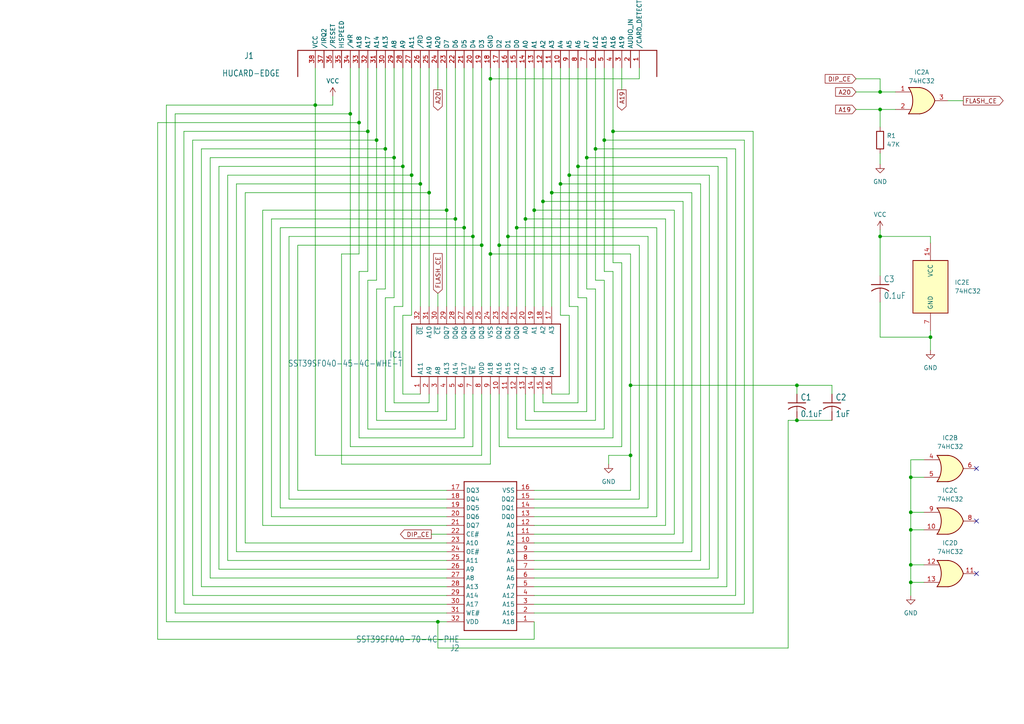
<source format=kicad_sch>
(kicad_sch (version 20230121) (generator eeschema)
  (paper "A4")
  (lib_symbols
    (symbol "74xx:74LS32" (pin_names (offset 1.016))
      (property "Reference" "U" (at 0 1.27 0))
      (property "Value" "74LS32" (at 0 -1.27 0))
      (symbol "74LS32_1_1"
        (arc (start -3.81 -3.81) (mid -2.589 0) (end -3.81 3.81) (stroke (width 0.254)))
        (arc (start -0.6096 -3.81) (mid 2.1842 -2.5851) (end 3.81 0) (stroke (width 0.254)) (fill (type background)))
        (polyline (pts (xy -3.81 -3.81) (xy -0.635 -3.81)) (stroke (width 0.254)) (fill (type background)))
        (polyline (pts (xy -3.81 3.81) (xy -0.635 3.81)) (stroke (width 0.254)) (fill (type background)))
        (polyline (pts (xy -0.635 3.81) (xy -3.81 3.81) (xy -3.81 3.81) (xy -3.556 3.4036) (xy -3.0226 2.2606) (xy -2.6924 1.0414) (xy -2.6162 -0.254) (xy -2.7686 -1.4986) (xy -3.175 -2.7178) (xy -3.81 -3.81) (xy -3.81 -3.81) (xy -0.635 -3.81)) (stroke (width -25.4)) (fill (type background)))
        (arc (start 3.81 0) (mid 2.1915 2.5936) (end -0.6096 3.81) (stroke (width 0.254)) (fill (type background)))
        (pin input line (at -7.62 2.54 0) (length 4.318) (name "~") (number "1"))
        (pin input line (at -7.62 -2.54 0) (length 4.318) (name "~") (number "2"))
        (pin output line (at 7.62 0 180) (length 3.81) (name "~") (number "3"))
      )
      (symbol "74LS32_1_2"
        (arc (start 0 -3.81) (mid 3.7934 0) (end 0 3.81) (stroke (width 0.254)) (fill (type background)))
        (polyline (pts (xy 0 3.81) (xy -3.81 3.81) (xy -3.81 -3.81) (xy 0 -3.81)) (stroke (width 0.254)) (fill (type background)))
        (pin input inverted (at -7.62 2.54 0) (length 3.81) (name "~") (number "1"))
        (pin input inverted (at -7.62 -2.54 0) (length 3.81) (name "~") (number "2"))
        (pin output inverted (at 7.62 0 180) (length 3.81) (name "~") (number "3"))
      )
      (symbol "74LS32_2_1"
        (arc (start -3.81 -3.81) (mid -2.589 0) (end -3.81 3.81) (stroke (width 0.254)))
        (arc (start -0.6096 -3.81) (mid 2.1842 -2.5851) (end 3.81 0) (stroke (width 0.254)) (fill (type background)))
        (polyline (pts (xy -3.81 -3.81) (xy -0.635 -3.81)) (stroke (width 0.254)) (fill (type background)))
        (polyline (pts (xy -3.81 3.81) (xy -0.635 3.81)) (stroke (width 0.254)) (fill (type background)))
        (polyline (pts (xy -0.635 3.81) (xy -3.81 3.81) (xy -3.81 3.81) (xy -3.556 3.4036) (xy -3.0226 2.2606) (xy -2.6924 1.0414) (xy -2.6162 -0.254) (xy -2.7686 -1.4986) (xy -3.175 -2.7178) (xy -3.81 -3.81) (xy -3.81 -3.81) (xy -0.635 -3.81)) (stroke (width -25.4)) (fill (type background)))
        (arc (start 3.81 0) (mid 2.1915 2.5936) (end -0.6096 3.81) (stroke (width 0.254)) (fill (type background)))
        (pin input line (at -7.62 2.54 0) (length 4.318) (name "~") (number "4"))
        (pin input line (at -7.62 -2.54 0) (length 4.318) (name "~") (number "5"))
        (pin output line (at 7.62 0 180) (length 3.81) (name "~") (number "6"))
      )
      (symbol "74LS32_2_2"
        (arc (start 0 -3.81) (mid 3.7934 0) (end 0 3.81) (stroke (width 0.254)) (fill (type background)))
        (polyline (pts (xy 0 3.81) (xy -3.81 3.81) (xy -3.81 -3.81) (xy 0 -3.81)) (stroke (width 0.254)) (fill (type background)))
        (pin input inverted (at -7.62 2.54 0) (length 3.81) (name "~") (number "4"))
        (pin input inverted (at -7.62 -2.54 0) (length 3.81) (name "~") (number "5"))
        (pin output inverted (at 7.62 0 180) (length 3.81) (name "~") (number "6"))
      )
      (symbol "74LS32_3_1"
        (arc (start -3.81 -3.81) (mid -2.589 0) (end -3.81 3.81) (stroke (width 0.254)))
        (arc (start -0.6096 -3.81) (mid 2.1842 -2.5851) (end 3.81 0) (stroke (width 0.254)) (fill (type background)))
        (polyline (pts (xy -3.81 -3.81) (xy -0.635 -3.81)) (stroke (width 0.254)) (fill (type background)))
        (polyline (pts (xy -3.81 3.81) (xy -0.635 3.81)) (stroke (width 0.254)) (fill (type background)))
        (polyline (pts (xy -0.635 3.81) (xy -3.81 3.81) (xy -3.81 3.81) (xy -3.556 3.4036) (xy -3.0226 2.2606) (xy -2.6924 1.0414) (xy -2.6162 -0.254) (xy -2.7686 -1.4986) (xy -3.175 -2.7178) (xy -3.81 -3.81) (xy -3.81 -3.81) (xy -0.635 -3.81)) (stroke (width -25.4)) (fill (type background)))
        (arc (start 3.81 0) (mid 2.1915 2.5936) (end -0.6096 3.81) (stroke (width 0.254)) (fill (type background)))
        (pin input line (at -7.62 -2.54 0) (length 4.318) (name "~") (number "10"))
        (pin output line (at 7.62 0 180) (length 3.81) (name "~") (number "8"))
        (pin input line (at -7.62 2.54 0) (length 4.318) (name "~") (number "9"))
      )
      (symbol "74LS32_3_2"
        (arc (start 0 -3.81) (mid 3.7934 0) (end 0 3.81) (stroke (width 0.254)) (fill (type background)))
        (polyline (pts (xy 0 3.81) (xy -3.81 3.81) (xy -3.81 -3.81) (xy 0 -3.81)) (stroke (width 0.254)) (fill (type background)))
        (pin input inverted (at -7.62 -2.54 0) (length 3.81) (name "~") (number "10"))
        (pin output inverted (at 7.62 0 180) (length 3.81) (name "~") (number "8"))
        (pin input inverted (at -7.62 2.54 0) (length 3.81) (name "~") (number "9"))
      )
      (symbol "74LS32_4_1"
        (arc (start -3.81 -3.81) (mid -2.589 0) (end -3.81 3.81) (stroke (width 0.254)))
        (arc (start -0.6096 -3.81) (mid 2.1842 -2.5851) (end 3.81 0) (stroke (width 0.254)) (fill (type background)))
        (polyline (pts (xy -3.81 -3.81) (xy -0.635 -3.81)) (stroke (width 0.254)) (fill (type background)))
        (polyline (pts (xy -3.81 3.81) (xy -0.635 3.81)) (stroke (width 0.254)) (fill (type background)))
        (polyline (pts (xy -0.635 3.81) (xy -3.81 3.81) (xy -3.81 3.81) (xy -3.556 3.4036) (xy -3.0226 2.2606) (xy -2.6924 1.0414) (xy -2.6162 -0.254) (xy -2.7686 -1.4986) (xy -3.175 -2.7178) (xy -3.81 -3.81) (xy -3.81 -3.81) (xy -0.635 -3.81)) (stroke (width -25.4)) (fill (type background)))
        (arc (start 3.81 0) (mid 2.1915 2.5936) (end -0.6096 3.81) (stroke (width 0.254)) (fill (type background)))
        (pin output line (at 7.62 0 180) (length 3.81) (name "~") (number "11"))
        (pin input line (at -7.62 2.54 0) (length 4.318) (name "~") (number "12"))
        (pin input line (at -7.62 -2.54 0) (length 4.318) (name "~") (number "13"))
      )
      (symbol "74LS32_4_2"
        (arc (start 0 -3.81) (mid 3.7934 0) (end 0 3.81) (stroke (width 0.254)) (fill (type background)))
        (polyline (pts (xy 0 3.81) (xy -3.81 3.81) (xy -3.81 -3.81) (xy 0 -3.81)) (stroke (width 0.254)) (fill (type background)))
        (pin output inverted (at 7.62 0 180) (length 3.81) (name "~") (number "11"))
        (pin input inverted (at -7.62 2.54 0) (length 3.81) (name "~") (number "12"))
        (pin input inverted (at -7.62 -2.54 0) (length 3.81) (name "~") (number "13"))
      )
      (symbol "74LS32_5_0"
        (pin power_in line (at 0 12.7 270) (length 5.08) (name "VCC") (number "14"))
        (pin power_in line (at 0 -12.7 90) (length 5.08) (name "GND") (number "7"))
      )
      (symbol "74LS32_5_1"
        (rectangle (start -5.08 7.62) (end 5.08 -7.62) (stroke (width 0.254)) (fill (type background)))
      )
    )
    (symbol "Device:R" (pin_numbers hide) (pin_names (offset 0))
      (property "Reference" "R" (at 2.032 0 90))
      (property "Value" "R" (at 0 0 90))
      (symbol "R_0_1"
        (rectangle (start -1.016 -2.54) (end 1.016 2.54) (stroke (width 0.254)))
      )
      (symbol "R_1_1"
        (pin passive line (at 0 3.81 270) (length 1.27) (name "~") (number "1"))
        (pin passive line (at 0 -3.81 90) (length 1.27) (name "~") (number "2"))
      )
    )
    (symbol "ProtoHu_revA_layer1-eagle-import:C-USC0603"
      (property "Reference" "C" (at 1.016 0.635 0))
      (symbol "C-USC0603_1_0"
        (arc (start 0 -1.0161) (mid -1.302 -1.2303) (end -2.4668 -1.8504) (stroke (width 0.254)))
        (polyline (pts (xy -2.54 0) (xy 2.54 0)) (stroke (width 0.254)))
        (polyline (pts (xy 0 -1.016) (xy 0 -2.54)) (stroke (width 0.1524)))
        (arc (start 2.4892 -1.8541) (mid 1.3158 -1.2194) (end 0 -1) (stroke (width 0.254)))
        (pin passive line (at 0 2.54 270) (length 2.54) (name "1") (number "1"))
        (pin passive line (at 0 -5.08 90) (length 2.54) (name "2") (number "2"))
      )
    )
    (symbol "ProtoHu_revA_layer1-eagle-import:HUCARD-EDGE"
      (property "Reference" "J" (at -7.62 25.4 0))
      (symbol "HUCARD-EDGE_1_0"
        (polyline (pts (xy -53.34 7.62) (xy -53.34 0)) (stroke (width 0.254)))
        (polyline (pts (xy -53.34 7.62) (xy 50.8 7.62)) (stroke (width 0.254)))
        (polyline (pts (xy 50.8 7.62) (xy 50.8 0)) (stroke (width 0.254)))
        (pin input line (at -48.26 2.54 90) (length 5.08) (name "/CARD_DETECT") (number "1"))
        (pin output line (at -25.4 2.54 90) (length 5.08) (name "A4") (number "10"))
        (pin output line (at -22.86 2.54 90) (length 5.08) (name "A3") (number "11"))
        (pin output line (at -20.32 2.54 90) (length 5.08) (name "A2") (number "12"))
        (pin output line (at -17.78 2.54 90) (length 5.08) (name "A1") (number "13"))
        (pin output line (at -15.24 2.54 90) (length 5.08) (name "A0") (number "14"))
        (pin bidirectional line (at -12.7 2.54 90) (length 5.08) (name "D0") (number "15"))
        (pin bidirectional line (at -10.16 2.54 90) (length 5.08) (name "D1") (number "16"))
        (pin bidirectional line (at -7.62 2.54 90) (length 5.08) (name "D2") (number "17"))
        (pin power_in line (at -5.08 2.54 90) (length 5.08) (name "GND") (number "18"))
        (pin bidirectional line (at -2.54 2.54 90) (length 5.08) (name "D3") (number "19"))
        (pin input line (at -45.72 2.54 90) (length 5.08) (name "AUDIO_IN") (number "2"))
        (pin bidirectional line (at 0 2.54 90) (length 5.08) (name "D4") (number "20"))
        (pin bidirectional line (at 2.54 2.54 90) (length 5.08) (name "D5") (number "21"))
        (pin bidirectional line (at 5.08 2.54 90) (length 5.08) (name "D6") (number "22"))
        (pin bidirectional line (at 7.62 2.54 90) (length 5.08) (name "D7") (number "23"))
        (pin output line (at 10.16 2.54 90) (length 5.08) (name "A20") (number "24"))
        (pin output line (at 12.7 2.54 90) (length 5.08) (name "A10") (number "25"))
        (pin output line (at 15.24 2.54 90) (length 5.08) (name "/RD") (number "26"))
        (pin output line (at 17.78 2.54 90) (length 5.08) (name "A11") (number "27"))
        (pin output line (at 20.32 2.54 90) (length 5.08) (name "A9") (number "28"))
        (pin output line (at 22.86 2.54 90) (length 5.08) (name "A8") (number "29"))
        (pin output line (at -43.18 2.54 90) (length 5.08) (name "A19") (number "3"))
        (pin output line (at 25.4 2.54 90) (length 5.08) (name "A13") (number "30"))
        (pin output line (at 27.94 2.54 90) (length 5.08) (name "A14") (number "31"))
        (pin output line (at 30.48 2.54 90) (length 5.08) (name "A17") (number "32"))
        (pin output line (at 33.02 2.54 90) (length 5.08) (name "A18") (number "33"))
        (pin output line (at 35.56 2.54 90) (length 5.08) (name "/WR") (number "34"))
        (pin output line (at 38.1 2.54 90) (length 5.08) (name "HISPEED") (number "35"))
        (pin bidirectional line (at 40.64 2.54 90) (length 5.08) (name "/RESET") (number "36"))
        (pin bidirectional line (at 43.18 2.54 90) (length 5.08) (name "/IRQ2") (number "37"))
        (pin power_in line (at 45.72 2.54 90) (length 5.08) (name "VCC") (number "38"))
        (pin output line (at -40.64 2.54 90) (length 5.08) (name "A16") (number "4"))
        (pin output line (at -38.1 2.54 90) (length 5.08) (name "A15") (number "5"))
        (pin output line (at -35.56 2.54 90) (length 5.08) (name "A12") (number "6"))
        (pin output line (at -33.02 2.54 90) (length 5.08) (name "A7") (number "7"))
        (pin output line (at -30.48 2.54 90) (length 5.08) (name "A6") (number "8"))
        (pin output line (at -27.94 2.54 90) (length 5.08) (name "A5") (number "9"))
      )
    )
    (symbol "ProtoHu_revA_layer1-eagle-import:SST39SF040-45-4C-WHE-T"
      (property "Reference" "IC" (at 21.59 7.62 0))
      (symbol "SST39SF040-45-4C-WHE-T_1_0"
        (polyline (pts (xy 5.08 2.54) (xy 5.08 -40.64)) (stroke (width 0.254)))
        (polyline (pts (xy 5.08 2.54) (xy 20.32 2.54)) (stroke (width 0.254)))
        (polyline (pts (xy 20.32 -40.64) (xy 5.08 -40.64)) (stroke (width 0.254)))
        (polyline (pts (xy 20.32 -40.64) (xy 20.32 2.54)) (stroke (width 0.254)))
        (pin input line (at 0 0 0) (length 5.08) (name "A11") (number "1"))
        (pin input line (at 0 -22.86 0) (length 5.08) (name "A16") (number "10"))
        (pin input line (at 0 -25.4 0) (length 5.08) (name "A15") (number "11"))
        (pin input line (at 0 -27.94 0) (length 5.08) (name "A12") (number "12"))
        (pin input line (at 0 -30.48 0) (length 5.08) (name "A7") (number "13"))
        (pin input line (at 0 -33.02 0) (length 5.08) (name "A6") (number "14"))
        (pin input line (at 0 -35.56 0) (length 5.08) (name "A5") (number "15"))
        (pin input line (at 0 -38.1 0) (length 5.08) (name "A4") (number "16"))
        (pin input line (at 25.4 -38.1 180) (length 5.08) (name "A3") (number "17"))
        (pin input line (at 25.4 -35.56 180) (length 5.08) (name "A2") (number "18"))
        (pin input line (at 25.4 -33.02 180) (length 5.08) (name "A1") (number "19"))
        (pin input line (at 0 -2.54 0) (length 5.08) (name "A9") (number "2"))
        (pin input line (at 25.4 -30.48 180) (length 5.08) (name "A0") (number "20"))
        (pin bidirectional line (at 25.4 -27.94 180) (length 5.08) (name "DQ0") (number "21"))
        (pin bidirectional line (at 25.4 -25.4 180) (length 5.08) (name "DQ1") (number "22"))
        (pin bidirectional line (at 25.4 -22.86 180) (length 5.08) (name "DQ2") (number "23"))
        (pin power_in line (at 25.4 -20.32 180) (length 5.08) (name "VSS") (number "24"))
        (pin bidirectional line (at 25.4 -17.78 180) (length 5.08) (name "DQ3") (number "25"))
        (pin bidirectional line (at 25.4 -15.24 180) (length 5.08) (name "DQ4") (number "26"))
        (pin bidirectional line (at 25.4 -12.7 180) (length 5.08) (name "DQ5") (number "27"))
        (pin bidirectional line (at 25.4 -10.16 180) (length 5.08) (name "DQ6") (number "28"))
        (pin bidirectional line (at 25.4 -7.62 180) (length 5.08) (name "DQ7") (number "29"))
        (pin input line (at 0 -5.08 0) (length 5.08) (name "A8") (number "3"))
        (pin input line (at 25.4 -5.08 180) (length 5.08) (name "~{CE}") (number "30"))
        (pin input line (at 25.4 -2.54 180) (length 5.08) (name "A10") (number "31"))
        (pin input line (at 25.4 0 180) (length 5.08) (name "~{OE}") (number "32"))
        (pin input line (at 0 -7.62 0) (length 5.08) (name "A13") (number "4"))
        (pin input line (at 0 -10.16 0) (length 5.08) (name "A14") (number "5"))
        (pin input line (at 0 -12.7 0) (length 5.08) (name "A17") (number "6"))
        (pin input line (at 0 -15.24 0) (length 5.08) (name "~{WE}") (number "7"))
        (pin power_in line (at 0 -17.78 0) (length 5.08) (name "VDD") (number "8"))
        (pin input line (at 0 -20.32 0) (length 5.08) (name "A18") (number "9"))
      )
    )
    (symbol "ProtoHu_revA_layer1-eagle-import:SST39SF040-70-4C-PHE"
      (property "Reference" "IC" (at 21.59 7.62 0))
      (symbol "SST39SF040-70-4C-PHE_1_0"
        (polyline (pts (xy 5.08 2.54) (xy 5.08 -40.64)) (stroke (width 0.254)))
        (polyline (pts (xy 5.08 2.54) (xy 20.32 2.54)) (stroke (width 0.254)))
        (polyline (pts (xy 20.32 -40.64) (xy 5.08 -40.64)) (stroke (width 0.254)))
        (polyline (pts (xy 20.32 -40.64) (xy 20.32 2.54)) (stroke (width 0.254)))
        (pin bidirectional line (at 0 0 0) (length 5.08) (name "A18") (number "1"))
        (pin bidirectional line (at 0 -22.86 0) (length 5.08) (name "A2") (number "10"))
        (pin bidirectional line (at 0 -25.4 0) (length 5.08) (name "A1") (number "11"))
        (pin bidirectional line (at 0 -27.94 0) (length 5.08) (name "A0") (number "12"))
        (pin bidirectional line (at 0 -30.48 0) (length 5.08) (name "DQ0") (number "13"))
        (pin bidirectional line (at 0 -33.02 0) (length 5.08) (name "DQ1") (number "14"))
        (pin bidirectional line (at 0 -35.56 0) (length 5.08) (name "DQ2") (number "15"))
        (pin bidirectional line (at 0 -38.1 0) (length 5.08) (name "VSS") (number "16"))
        (pin bidirectional line (at 25.4 -38.1 180) (length 5.08) (name "DQ3") (number "17"))
        (pin bidirectional line (at 25.4 -35.56 180) (length 5.08) (name "DQ4") (number "18"))
        (pin bidirectional line (at 25.4 -33.02 180) (length 5.08) (name "DQ5") (number "19"))
        (pin bidirectional line (at 0 -2.54 0) (length 5.08) (name "A16") (number "2"))
        (pin bidirectional line (at 25.4 -30.48 180) (length 5.08) (name "DQ6") (number "20"))
        (pin bidirectional line (at 25.4 -27.94 180) (length 5.08) (name "DQ7") (number "21"))
        (pin bidirectional line (at 25.4 -25.4 180) (length 5.08) (name "CE#") (number "22"))
        (pin bidirectional line (at 25.4 -22.86 180) (length 5.08) (name "A10") (number "23"))
        (pin bidirectional line (at 25.4 -20.32 180) (length 5.08) (name "OE#") (number "24"))
        (pin bidirectional line (at 25.4 -17.78 180) (length 5.08) (name "A11") (number "25"))
        (pin bidirectional line (at 25.4 -15.24 180) (length 5.08) (name "A9") (number "26"))
        (pin bidirectional line (at 25.4 -12.7 180) (length 5.08) (name "A8") (number "27"))
        (pin bidirectional line (at 25.4 -10.16 180) (length 5.08) (name "A13") (number "28"))
        (pin bidirectional line (at 25.4 -7.62 180) (length 5.08) (name "A14") (number "29"))
        (pin bidirectional line (at 0 -5.08 0) (length 5.08) (name "A15") (number "3"))
        (pin bidirectional line (at 25.4 -5.08 180) (length 5.08) (name "A17") (number "30"))
        (pin bidirectional line (at 25.4 -2.54 180) (length 5.08) (name "WE#") (number "31"))
        (pin bidirectional line (at 25.4 0 180) (length 5.08) (name "VDD") (number "32"))
        (pin bidirectional line (at 0 -7.62 0) (length 5.08) (name "A12") (number "4"))
        (pin bidirectional line (at 0 -10.16 0) (length 5.08) (name "A7") (number "5"))
        (pin bidirectional line (at 0 -12.7 0) (length 5.08) (name "A6") (number "6"))
        (pin bidirectional line (at 0 -15.24 0) (length 5.08) (name "A5") (number "7"))
        (pin bidirectional line (at 0 -17.78 0) (length 5.08) (name "A4") (number "8"))
        (pin bidirectional line (at 0 -20.32 0) (length 5.08) (name "A3") (number "9"))
      )
    )
    (symbol "power:GND" (power) (pin_names (offset 0))
      (property "Value" "GND" (at 0 -3.81 0))
      (symbol "GND_0_1"
        (polyline (pts (xy 0 0) (xy 0 -1.27) (xy 1.27 -1.27) (xy 0 -2.54) (xy -1.27 -1.27) (xy 0 -1.27)))
      )
      (symbol "GND_1_1"
        (pin power_in line (at 0 0 270) (length 0) hide (name "GND") (number "1"))
      )
    )
    (symbol "power:VCC" (power) (pin_names (offset 0))
      (property "Value" "VCC" (at 0 3.81 0))
      (symbol "VCC_0_1"
        (polyline (pts (xy -0.762 1.27) (xy 0 2.54)))
        (polyline (pts (xy 0 0) (xy 0 2.54)))
        (polyline (pts (xy 0 2.54) (xy 0.762 1.27)))
      )
      (symbol "VCC_1_1"
        (pin power_in line (at 0 0 90) (length 0) hide (name "VCC") (number "1"))
      )
    )
  )
  (junction (at 175.26 40.64))
  (junction (at 269.875 97.79))
  (junction (at 255.27 68.58))
  (junction (at 182.88 111.76))
  (junction (at 104.14 35.56))
  (junction (at 91.44 30.48))
  (junction (at 144.78 71.12))
  (junction (at 134.62 66.04))
  (junction (at 111.76 43.18))
  (junction (at 116.84 48.26))
  (junction (at 231.14 111.76))
  (junction (at 119.38 50.8))
  (junction (at 170.18 45.72))
  (junction (at 129.54 60.96))
  (junction (at 147.32 68.58))
  (junction (at 109.22 40.64))
  (junction (at 172.72 43.18))
  (junction (at 255.27 31.75))
  (junction (at 101.6 33.02))
  (junction (at 157.48 58.42))
  (junction (at 162.56 53.34))
  (junction (at 182.88 132.08))
  (junction (at 142.24 22.86))
  (junction (at 154.94 60.96))
  (junction (at 167.64 48.26))
  (junction (at 255.27 26.67))
  (junction (at 127 180.34))
  (junction (at 132.08 63.5))
  (junction (at 165.1 50.8))
  (junction (at 264.16 153.67))
  (junction (at 106.68 38.1))
  (junction (at 231.14 121.92))
  (junction (at 137.16 68.58))
  (junction (at 139.7 71.12))
  (junction (at 264.16 138.43))
  (junction (at 160.02 55.88))
  (junction (at 264.16 168.91))
  (junction (at 114.3 45.72))
  (junction (at 142.24 73.66))
  (junction (at 124.46 55.88))
  (junction (at 149.86 66.04))
  (junction (at 152.4 63.5))
  (junction (at 264.16 148.59))
  (junction (at 121.92 53.34))
  (junction (at 264.16 163.83))
  (junction (at 177.8 38.1))
  (no_connect (at 283.21 166.37))
  (no_connect (at 283.21 151.13))
  (no_connect (at 283.21 135.89))
  (wire (pts (xy 144.78 114.3) (xy 144.78 129.54)) (stroke (width 0.1524)))
  (wire (pts (xy 264.16 148.59) (xy 264.16 138.43)))
  (wire (pts (xy 142.24 73.66) (xy 142.24 88.9)) (stroke (width 0.1524)))
  (wire (pts (xy 116.84 91.44) (xy 119.38 91.44)) (stroke (width 0.1524)))
  (wire (pts (xy 60.96 45.72) (xy 114.3 45.72)) (stroke (width 0.1524)))
  (wire (pts (xy 116.84 48.26) (xy 116.84 19.685)) (stroke (width 0.1524)))
  (wire (pts (xy 124.46 114.3) (xy 124.46 116.84)) (stroke (width 0.1524)))
  (wire (pts (xy 185.42 22.86) (xy 185.42 19.685)) (stroke (width 0.1524)))
  (wire (pts (xy 157.48 58.42) (xy 157.48 19.685)) (stroke (width 0.1524)))
  (wire (pts (xy 255.27 26.67) (xy 259.715 26.67)))
  (wire (pts (xy 142.24 134.62) (xy 99.06 134.62)) (stroke (width 0.1524)))
  (wire (pts (xy 255.27 22.86) (xy 255.27 26.67)))
  (wire (pts (xy 154.94 177.8) (xy 218.44 177.8)) (stroke (width 0.1524)))
  (wire (pts (xy 264.16 148.59) (xy 267.97 148.59)))
  (wire (pts (xy 127 180.34) (xy 48.26 180.34)) (stroke (width 0.1524)))
  (wire (pts (xy 104.14 127) (xy 104.14 78.74)) (stroke (width 0.1524)))
  (wire (pts (xy 91.44 30.48) (xy 91.44 19.685)) (stroke (width 0.1524)))
  (wire (pts (xy 177.8 127) (xy 177.8 78.74)) (stroke (width 0.1524)))
  (wire (pts (xy 76.2 152.4) (xy 76.2 60.96)) (stroke (width 0.1524)))
  (wire (pts (xy 264.16 168.91) (xy 264.16 163.83)))
  (wire (pts (xy 255.27 87.63) (xy 255.27 97.79)))
  (wire (pts (xy 101.6 33.02) (xy 101.6 19.685)) (stroke (width 0.1524)))
  (wire (pts (xy 106.68 38.1) (xy 106.68 19.685)) (stroke (width 0.1524)))
  (wire (pts (xy 177.8 78.74) (xy 175.26 78.74)) (stroke (width 0.1524)))
  (wire (pts (xy 55.88 40.64) (xy 109.22 40.64)) (stroke (width 0.1524)))
  (wire (pts (xy 129.54 167.64) (xy 60.96 167.64)) (stroke (width 0.1524)))
  (wire (pts (xy 154.94 172.72) (xy 213.36 172.72)) (stroke (width 0.1524)))
  (wire (pts (xy 208.28 48.26) (xy 167.64 48.26)) (stroke (width 0.1524)))
  (wire (pts (xy 228.6 187.96) (xy 228.6 121.92)) (stroke (width 0.1524)))
  (wire (pts (xy 172.72 81.28) (xy 172.72 43.18)) (stroke (width 0.1524)))
  (wire (pts (xy 127 187.96) (xy 228.6 187.96)) (stroke (width 0.1524)))
  (wire (pts (xy 198.12 58.42) (xy 157.48 58.42)) (stroke (width 0.1524)))
  (wire (pts (xy 134.62 114.3) (xy 134.62 127)) (stroke (width 0.1524)))
  (wire (pts (xy 210.82 170.18) (xy 210.82 45.72)) (stroke (width 0.1524)))
  (wire (pts (xy 154.94 60.96) (xy 154.94 19.685)) (stroke (width 0.1524)))
  (wire (pts (xy 152.4 88.9) (xy 152.4 63.5)) (stroke (width 0.1524)))
  (wire (pts (xy 167.64 88.9) (xy 165.1 88.9)) (stroke (width 0.1524)))
  (wire (pts (xy 255.27 44.45) (xy 255.27 47.625)))
  (wire (pts (xy 203.2 162.56) (xy 203.2 53.34)) (stroke (width 0.1524)))
  (wire (pts (xy 147.32 127) (xy 177.8 127)) (stroke (width 0.1524)))
  (wire (pts (xy 170.18 119.38) (xy 170.18 86.36)) (stroke (width 0.1524)))
  (wire (pts (xy 144.78 19.685) (xy 144.78 71.12)) (stroke (width 0.1524)))
  (wire (pts (xy 264.16 138.43) (xy 267.97 138.43)))
  (wire (pts (xy 210.82 45.72) (xy 170.18 45.72)) (stroke (width 0.1524)))
  (wire (pts (xy 248.285 22.86) (xy 255.27 22.86)))
  (wire (pts (xy 71.12 157.48) (xy 71.12 55.88)) (stroke (width 0.1524)))
  (wire (pts (xy 139.7 88.9) (xy 139.7 71.12)) (stroke (width 0.1524)))
  (wire (pts (xy 147.32 68.58) (xy 147.32 88.9)) (stroke (width 0.1524)))
  (wire (pts (xy 152.4 114.3) (xy 152.4 121.92)) (stroke (width 0.1524)))
  (wire (pts (xy 274.955 29.21) (xy 279.4 29.21)))
  (wire (pts (xy 190.5 66.04) (xy 149.86 66.04)) (stroke (width 0.1524)))
  (wire (pts (xy 78.74 149.86) (xy 78.74 63.5)) (stroke (width 0.1524)))
  (wire (pts (xy 154.94 175.26) (xy 215.9 175.26)) (stroke (width 0.1524)))
  (wire (pts (xy 45.72 35.56) (xy 45.72 185.42)) (stroke (width 0.1524)))
  (wire (pts (xy 154.94 157.48) (xy 198.12 157.48)) (stroke (width 0.1524)))
  (wire (pts (xy 264.16 163.83) (xy 264.16 153.67)))
  (wire (pts (xy 172.72 83.82) (xy 170.18 83.82)) (stroke (width 0.1524)))
  (wire (pts (xy 96.52 30.48) (xy 96.52 27.94)) (stroke (width 0.1524)))
  (wire (pts (xy 264.16 153.67) (xy 267.97 153.67)))
  (wire (pts (xy 132.08 124.46) (xy 106.68 124.46)) (stroke (width 0.1524)))
  (wire (pts (xy 127 19.685) (xy 127 26.035)))
  (wire (pts (xy 172.72 43.18) (xy 172.72 19.685)) (stroke (width 0.1524)))
  (wire (pts (xy 137.16 129.54) (xy 101.6 129.54)) (stroke (width 0.1524)))
  (wire (pts (xy 121.92 114.3) (xy 116.84 114.3)) (stroke (width 0.1524)))
  (wire (pts (xy 106.68 78.74) (xy 106.68 38.1)) (stroke (width 0.1524)))
  (wire (pts (xy 185.42 71.12) (xy 144.78 71.12)) (stroke (width 0.1524)))
  (wire (pts (xy 45.72 185.42) (xy 154.94 185.42)) (stroke (width 0.1524)))
  (wire (pts (xy 154.94 162.56) (xy 203.2 162.56)) (stroke (width 0.1524)))
  (wire (pts (xy 248.285 26.67) (xy 255.27 26.67)))
  (wire (pts (xy 187.96 147.32) (xy 187.96 68.58)) (stroke (width 0.1524)))
  (wire (pts (xy 248.285 31.75) (xy 255.27 31.75)))
  (wire (pts (xy 165.1 91.44) (xy 162.56 91.44)) (stroke (width 0.1524)))
  (wire (pts (xy 205.74 50.8) (xy 165.1 50.8)) (stroke (width 0.1524)))
  (wire (pts (xy 76.2 60.96) (xy 129.54 60.96)) (stroke (width 0.1524)))
  (wire (pts (xy 157.48 114.3) (xy 157.48 116.84)) (stroke (width 0.1524)))
  (wire (pts (xy 58.42 43.18) (xy 111.76 43.18)) (stroke (width 0.1524)))
  (wire (pts (xy 142.24 22.86) (xy 142.24 73.66)) (stroke (width 0.1524)))
  (wire (pts (xy 182.88 132.08) (xy 182.88 111.76)) (stroke (width 0.1524)))
  (wire (pts (xy 255.27 31.75) (xy 255.27 36.83)))
  (wire (pts (xy 109.22 121.92) (xy 109.22 83.82)) (stroke (width 0.1524)))
  (wire (pts (xy 78.74 63.5) (xy 132.08 63.5)) (stroke (width 0.1524)))
  (wire (pts (xy 213.36 172.72) (xy 213.36 43.18)) (stroke (width 0.1524)))
  (wire (pts (xy 129.54 88.9) (xy 129.54 60.96)) (stroke (width 0.1524)))
  (wire (pts (xy 132.08 63.5) (xy 132.08 19.685)) (stroke (width 0.1524)))
  (wire (pts (xy 129.54 114.3) (xy 129.54 121.92)) (stroke (width 0.1524)))
  (wire (pts (xy 215.9 40.64) (xy 175.26 40.64)) (stroke (width 0.1524)))
  (wire (pts (xy 66.04 162.56) (xy 66.04 50.8)) (stroke (width 0.1524)))
  (wire (pts (xy 187.96 68.58) (xy 147.32 68.58)) (stroke (width 0.1524)))
  (wire (pts (xy 134.62 66.04) (xy 134.62 19.685)) (stroke (width 0.1524)))
  (wire (pts (xy 157.48 88.9) (xy 157.48 58.42)) (stroke (width 0.1524)))
  (wire (pts (xy 177.8 38.1) (xy 177.8 19.685)) (stroke (width 0.1524)))
  (wire (pts (xy 218.44 38.1) (xy 177.8 38.1)) (stroke (width 0.1524)))
  (wire (pts (xy 180.34 19.685) (xy 180.34 26.035)))
  (wire (pts (xy 149.86 114.3) (xy 149.86 124.46)) (stroke (width 0.1524)))
  (wire (pts (xy 129.54 121.92) (xy 109.22 121.92)) (stroke (width 0.1524)))
  (wire (pts (xy 129.54 177.8) (xy 50.8 177.8)) (stroke (width 0.1524)))
  (wire (pts (xy 127 119.38) (xy 111.76 119.38)) (stroke (width 0.1524)))
  (wire (pts (xy 132.08 88.9) (xy 132.08 63.5)) (stroke (width 0.1524)))
  (wire (pts (xy 114.3 45.72) (xy 114.3 19.685)) (stroke (width 0.1524)))
  (wire (pts (xy 129.54 170.18) (xy 58.42 170.18)) (stroke (width 0.1524)))
  (wire (pts (xy 175.26 81.28) (xy 172.72 81.28)) (stroke (width 0.1524)))
  (wire (pts (xy 152.4 121.92) (xy 172.72 121.92)) (stroke (width 0.1524)))
  (wire (pts (xy 129.54 157.48) (xy 71.12 157.48)) (stroke (width 0.1524)))
  (wire (pts (xy 137.16 68.58) (xy 137.16 19.685)) (stroke (width 0.1524)))
  (wire (pts (xy 182.88 142.24) (xy 182.88 132.08)) (stroke (width 0.1524)))
  (wire (pts (xy 104.14 78.74) (xy 106.68 78.74)) (stroke (width 0.1524)))
  (wire (pts (xy 269.875 68.58) (xy 255.27 68.58)))
  (wire (pts (xy 180.34 76.2) (xy 177.8 76.2)) (stroke (width 0.1524)))
  (wire (pts (xy 160.02 88.9) (xy 160.02 55.88)) (stroke (width 0.1524)))
  (wire (pts (xy 137.16 88.9) (xy 137.16 68.58)) (stroke (width 0.1524)))
  (wire (pts (xy 68.58 160.02) (xy 68.58 53.34)) (stroke (width 0.1524)))
  (wire (pts (xy 83.82 68.58) (xy 137.16 68.58)) (stroke (width 0.1524)))
  (wire (pts (xy 53.34 175.26) (xy 53.34 38.1)) (stroke (width 0.1524)))
  (wire (pts (xy 134.62 127) (xy 104.14 127)) (stroke (width 0.1524)))
  (wire (pts (xy 176.53 132.08) (xy 182.88 132.08)))
  (wire (pts (xy 91.44 132.08) (xy 91.44 30.48)) (stroke (width 0.1524)))
  (wire (pts (xy 160.02 114.3) (xy 165.1 114.3)) (stroke (width 0.1524)))
  (wire (pts (xy 99.06 134.62) (xy 99.06 73.66)) (stroke (width 0.1524)))
  (wire (pts (xy 255.27 66.675) (xy 255.27 68.58)))
  (wire (pts (xy 116.84 88.9) (xy 116.84 48.26)) (stroke (width 0.1524)))
  (wire (pts (xy 50.8 177.8) (xy 50.8 33.02)) (stroke (width 0.1524)))
  (wire (pts (xy 193.04 152.4) (xy 193.04 63.5)) (stroke (width 0.1524)))
  (wire (pts (xy 124.46 88.9) (xy 124.46 55.88)) (stroke (width 0.1524)))
  (wire (pts (xy 154.94 147.32) (xy 187.96 147.32)) (stroke (width 0.1524)))
  (wire (pts (xy 152.4 63.5) (xy 152.4 19.685)) (stroke (width 0.1524)))
  (wire (pts (xy 129.54 142.24) (xy 86.36 142.24)) (stroke (width 0.1524)))
  (wire (pts (xy 231.14 111.76) (xy 231.14 114.3)) (stroke (width 0.1524)))
  (wire (pts (xy 127 180.34) (xy 127 187.96)) (stroke (width 0.1524)))
  (wire (pts (xy 144.78 71.12) (xy 144.78 88.9)) (stroke (width 0.1524)))
  (wire (pts (xy 165.1 50.8) (xy 165.1 19.685)) (stroke (width 0.1524)))
  (wire (pts (xy 182.88 111.76) (xy 182.88 73.66)) (stroke (width 0.1524)))
  (wire (pts (xy 190.5 149.86) (xy 190.5 66.04)) (stroke (width 0.1524)))
  (wire (pts (xy 106.68 124.46) (xy 106.68 81.28)) (stroke (width 0.1524)))
  (wire (pts (xy 177.8 76.2) (xy 177.8 38.1)) (stroke (width 0.1524)))
  (wire (pts (xy 154.94 165.1) (xy 205.74 165.1)) (stroke (width 0.1524)))
  (wire (pts (xy 195.58 60.96) (xy 154.94 60.96)) (stroke (width 0.1524)))
  (wire (pts (xy 154.94 185.42) (xy 154.94 180.34)) (stroke (width 0.1524)))
  (wire (pts (xy 162.56 53.34) (xy 162.56 19.685)) (stroke (width 0.1524)))
  (wire (pts (xy 193.04 63.5) (xy 152.4 63.5)) (stroke (width 0.1524)))
  (wire (pts (xy 129.54 162.56) (xy 66.04 162.56)) (stroke (width 0.1524)))
  (wire (pts (xy 129.54 165.1) (xy 63.5 165.1)) (stroke (width 0.1524)))
  (wire (pts (xy 154.94 152.4) (xy 193.04 152.4)) (stroke (width 0.1524)))
  (wire (pts (xy 104.14 73.66) (xy 104.14 35.56)) (stroke (width 0.1524)))
  (wire (pts (xy 195.58 154.94) (xy 195.58 60.96)) (stroke (width 0.1524)))
  (wire (pts (xy 66.04 50.8) (xy 119.38 50.8)) (stroke (width 0.1524)))
  (wire (pts (xy 149.86 66.04) (xy 149.86 88.9)) (stroke (width 0.1524)))
  (wire (pts (xy 134.62 88.9) (xy 134.62 66.04)) (stroke (width 0.1524)))
  (wire (pts (xy 231.14 121.92) (xy 241.3 121.92)) (stroke (width 0.1524)))
  (wire (pts (xy 154.94 149.86) (xy 190.5 149.86)) (stroke (width 0.1524)))
  (wire (pts (xy 116.84 114.3) (xy 116.84 91.44)) (stroke (width 0.1524)))
  (wire (pts (xy 228.6 121.92) (xy 231.14 121.92)) (stroke (width 0.1524)))
  (wire (pts (xy 170.18 45.72) (xy 170.18 19.685)) (stroke (width 0.1524)))
  (wire (pts (xy 154.94 114.3) (xy 154.94 119.38)) (stroke (width 0.1524)))
  (wire (pts (xy 127 85.09) (xy 127 88.9)))
  (wire (pts (xy 167.64 86.36) (xy 167.64 48.26)) (stroke (width 0.1524)))
  (wire (pts (xy 114.3 88.9) (xy 116.84 88.9)) (stroke (width 0.1524)))
  (wire (pts (xy 129.54 172.72) (xy 55.88 172.72)) (stroke (width 0.1524)))
  (wire (pts (xy 154.94 119.38) (xy 170.18 119.38)) (stroke (width 0.1524)))
  (wire (pts (xy 114.3 116.84) (xy 114.3 88.9)) (stroke (width 0.1524)))
  (wire (pts (xy 154.94 142.24) (xy 182.88 142.24)) (stroke (width 0.1524)))
  (wire (pts (xy 264.16 153.67) (xy 264.16 148.59)))
  (wire (pts (xy 170.18 86.36) (xy 167.64 86.36)) (stroke (width 0.1524)))
  (wire (pts (xy 176.53 134.62) (xy 176.53 132.08)))
  (wire (pts (xy 101.6 129.54) (xy 101.6 33.02)) (stroke (width 0.1524)))
  (wire (pts (xy 213.36 43.18) (xy 172.72 43.18)) (stroke (width 0.1524)))
  (wire (pts (xy 99.06 73.66) (xy 104.14 73.66)) (stroke (width 0.1524)))
  (wire (pts (xy 203.2 53.34) (xy 162.56 53.34)) (stroke (width 0.1524)))
  (wire (pts (xy 172.72 121.92) (xy 172.72 83.82)) (stroke (width 0.1524)))
  (wire (pts (xy 124.46 55.88) (xy 124.46 19.685)) (stroke (width 0.1524)))
  (wire (pts (xy 121.92 53.34) (xy 121.92 19.685)) (stroke (width 0.1524)))
  (wire (pts (xy 142.24 22.86) (xy 185.42 22.86)) (stroke (width 0.1524)))
  (wire (pts (xy 58.42 170.18) (xy 58.42 43.18)) (stroke (width 0.1524)))
  (wire (pts (xy 167.64 116.84) (xy 167.64 88.9)) (stroke (width 0.1524)))
  (wire (pts (xy 154.94 88.9) (xy 154.94 60.96)) (stroke (width 0.1524)))
  (wire (pts (xy 269.875 101.6) (xy 269.875 97.79)))
  (wire (pts (xy 142.24 114.3) (xy 142.24 134.62)) (stroke (width 0.1524)))
  (wire (pts (xy 255.27 68.58) (xy 255.27 80.01)))
  (wire (pts (xy 129.54 144.78) (xy 83.82 144.78)) (stroke (width 0.1524)))
  (wire (pts (xy 60.96 167.64) (xy 60.96 45.72)) (stroke (width 0.1524)))
  (wire (pts (xy 111.76 119.38) (xy 111.76 86.36)) (stroke (width 0.1524)))
  (wire (pts (xy 129.54 180.34) (xy 127 180.34)) (stroke (width 0.1524)))
  (wire (pts (xy 264.16 138.43) (xy 264.16 133.35)))
  (wire (pts (xy 111.76 43.18) (xy 111.76 19.685)) (stroke (width 0.1524)))
  (wire (pts (xy 215.9 175.26) (xy 215.9 40.64)) (stroke (width 0.1524)))
  (wire (pts (xy 137.16 114.3) (xy 137.16 129.54)) (stroke (width 0.1524)))
  (wire (pts (xy 83.82 144.78) (xy 83.82 68.58)) (stroke (width 0.1524)))
  (wire (pts (xy 162.56 91.44) (xy 162.56 53.34)) (stroke (width 0.1524)))
  (wire (pts (xy 106.68 81.28) (xy 109.22 81.28)) (stroke (width 0.1524)))
  (wire (pts (xy 55.88 172.72) (xy 55.88 40.64)) (stroke (width 0.1524)))
  (wire (pts (xy 68.58 53.34) (xy 121.92 53.34)) (stroke (width 0.1524)))
  (wire (pts (xy 125.095 154.94) (xy 129.54 154.94)))
  (wire (pts (xy 208.28 167.64) (xy 208.28 48.26)) (stroke (width 0.1524)))
  (wire (pts (xy 109.22 81.28) (xy 109.22 40.64)) (stroke (width 0.1524)))
  (wire (pts (xy 129.54 160.02) (xy 68.58 160.02)) (stroke (width 0.1524)))
  (wire (pts (xy 218.44 177.8) (xy 218.44 38.1)) (stroke (width 0.1524)))
  (wire (pts (xy 129.54 147.32) (xy 81.28 147.32)) (stroke (width 0.1524)))
  (wire (pts (xy 269.875 97.79) (xy 269.875 95.885)))
  (wire (pts (xy 50.8 33.02) (xy 101.6 33.02)) (stroke (width 0.1524)))
  (wire (pts (xy 200.66 55.88) (xy 160.02 55.88)) (stroke (width 0.1524)))
  (wire (pts (xy 48.26 30.48) (xy 91.44 30.48)) (stroke (width 0.1524)))
  (wire (pts (xy 86.36 142.24) (xy 86.36 71.12)) (stroke (width 0.1524)))
  (wire (pts (xy 114.3 86.36) (xy 114.3 45.72)) (stroke (width 0.1524)))
  (wire (pts (xy 139.7 114.3) (xy 139.7 132.08)) (stroke (width 0.1524)))
  (wire (pts (xy 165.1 88.9) (xy 165.1 50.8)) (stroke (width 0.1524)))
  (wire (pts (xy 264.16 163.83) (xy 267.97 163.83)))
  (wire (pts (xy 269.875 68.58) (xy 269.875 70.485)))
  (wire (pts (xy 86.36 71.12) (xy 139.7 71.12)) (stroke (width 0.1524)))
  (wire (pts (xy 182.88 73.66) (xy 142.24 73.66)) (stroke (width 0.1524)))
  (wire (pts (xy 71.12 55.88) (xy 124.46 55.88)) (stroke (width 0.1524)))
  (wire (pts (xy 111.76 83.82) (xy 111.76 43.18)) (stroke (width 0.1524)))
  (wire (pts (xy 264.16 168.91) (xy 264.16 172.72)))
  (wire (pts (xy 264.16 133.35) (xy 267.97 133.35)))
  (wire (pts (xy 129.54 60.96) (xy 129.54 19.685)) (stroke (width 0.1524)))
  (wire (pts (xy 255.27 31.75) (xy 259.715 31.75)))
  (wire (pts (xy 154.94 167.64) (xy 208.28 167.64)) (stroke (width 0.1524)))
  (wire (pts (xy 111.76 86.36) (xy 114.3 86.36)) (stroke (width 0.1524)))
  (wire (pts (xy 109.22 83.82) (xy 111.76 83.82)) (stroke (width 0.1524)))
  (wire (pts (xy 160.02 55.88) (xy 160.02 19.685)) (stroke (width 0.1524)))
  (wire (pts (xy 144.78 129.54) (xy 180.34 129.54)) (stroke (width 0.1524)))
  (wire (pts (xy 175.26 124.46) (xy 175.26 81.28)) (stroke (width 0.1524)))
  (wire (pts (xy 63.5 165.1) (xy 63.5 48.26)) (stroke (width 0.1524)))
  (wire (pts (xy 147.32 19.685) (xy 147.32 68.58)) (stroke (width 0.1524)))
  (wire (pts (xy 109.22 40.64) (xy 109.22 19.685)) (stroke (width 0.1524)))
  (wire (pts (xy 119.38 50.8) (xy 119.38 19.685)) (stroke (width 0.1524)))
  (wire (pts (xy 157.48 116.84) (xy 167.64 116.84)) (stroke (width 0.1524)))
  (wire (pts (xy 127 114.3) (xy 127 119.38)) (stroke (width 0.1524)))
  (wire (pts (xy 81.28 66.04) (xy 134.62 66.04)) (stroke (width 0.1524)))
  (wire (pts (xy 154.94 144.78) (xy 185.42 144.78)) (stroke (width 0.1524)))
  (wire (pts (xy 142.24 19.685) (xy 142.24 22.86)) (stroke (width 0.1524)))
  (wire (pts (xy 154.94 154.94) (xy 195.58 154.94)) (stroke (width 0.1524)))
  (wire (pts (xy 198.12 157.48) (xy 198.12 58.42)) (stroke (width 0.1524)))
  (wire (pts (xy 149.86 19.685) (xy 149.86 66.04)) (stroke (width 0.1524)))
  (wire (pts (xy 182.88 111.76) (xy 231.14 111.76)) (stroke (width 0.1524)))
  (wire (pts (xy 170.18 83.82) (xy 170.18 45.72)) (stroke (width 0.1524)))
  (wire (pts (xy 167.64 48.26) (xy 167.64 19.685)) (stroke (width 0.1524)))
  (wire (pts (xy 149.86 124.46) (xy 175.26 124.46)) (stroke (width 0.1524)))
  (wire (pts (xy 267.97 168.91) (xy 264.16 168.91)))
  (wire (pts (xy 175.26 78.74) (xy 175.26 40.64)) (stroke (width 0.1524)))
  (wire (pts (xy 132.08 114.3) (xy 132.08 124.46)) (stroke (width 0.1524)))
  (wire (pts (xy 129.54 152.4) (xy 76.2 152.4)) (stroke (width 0.1524)))
  (wire (pts (xy 81.28 147.32) (xy 81.28 66.04)) (stroke (width 0.1524)))
  (wire (pts (xy 119.38 91.44) (xy 119.38 50.8)) (stroke (width 0.1524)))
  (wire (pts (xy 147.32 114.3) (xy 147.32 127)) (stroke (width 0.1524)))
  (wire (pts (xy 48.26 180.34) (xy 48.26 30.48)) (stroke (width 0.1524)))
  (wire (pts (xy 129.54 175.26) (xy 53.34 175.26)) (stroke (width 0.1524)))
  (wire (pts (xy 175.26 40.64) (xy 175.26 19.685)) (stroke (width 0.1524)))
  (wire (pts (xy 154.94 170.18) (xy 210.82 170.18)) (stroke (width 0.1524)))
  (wire (pts (xy 180.34 129.54) (xy 180.34 76.2)) (stroke (width 0.1524)))
  (wire (pts (xy 91.44 30.48) (xy 96.52 30.48)) (stroke (width 0.1524)))
  (wire (pts (xy 53.34 38.1) (xy 106.68 38.1)) (stroke (width 0.1524)))
  (wire (pts (xy 63.5 48.26) (xy 116.84 48.26)) (stroke (width 0.1524)))
  (wire (pts (xy 165.1 114.3) (xy 165.1 91.44)) (stroke (width 0.1524)))
  (wire (pts (xy 104.14 35.56) (xy 45.72 35.56)) (stroke (width 0.1524)))
  (wire (pts (xy 231.14 111.76) (xy 241.3 111.76)) (stroke (width 0.1524)))
  (wire (pts (xy 121.92 88.9) (xy 121.92 53.34)) (stroke (width 0.1524)))
  (wire (pts (xy 129.54 149.86) (xy 78.74 149.86)) (stroke (width 0.1524)))
  (wire (pts (xy 139.7 71.12) (xy 139.7 19.685)) (stroke (width 0.1524)))
  (wire (pts (xy 241.3 111.76) (xy 241.3 114.3)) (stroke (width 0.1524)))
  (wire (pts (xy 104.14 35.56) (xy 104.14 19.685)) (stroke (width 0.1524)))
  (wire (pts (xy 200.66 160.02) (xy 200.66 55.88)) (stroke (width 0.1524)))
  (wire (pts (xy 205.74 165.1) (xy 205.74 50.8)) (stroke (width 0.1524)))
  (wire (pts (xy 255.27 97.79) (xy 269.875 97.79)))
  (wire (pts (xy 139.7 132.08) (xy 91.44 132.08)) (stroke (width 0.1524)))
  (wire (pts (xy 185.42 144.78) (xy 185.42 71.12)) (stroke (width 0.1524)))
  (wire (pts (xy 154.94 160.02) (xy 200.66 160.02)) (stroke (width 0.1524)))
  (wire (pts (xy 124.46 116.84) (xy 114.3 116.84)) (stroke (width 0.1524)))
  (global_label "A19" (shape input) (at 248.285 31.75 180) (property "Intersheetrefs" "${INTERSHEET_REFS}" (effects hide)))
  (global_label "FLASH_CE" (shape input) (at 127 85.09 90) (property "Intersheetrefs" "${INTERSHEET_REFS}" (effects hide)))
  (global_label "A19" (shape output) (at 180.34 26.035 270) (property "Intersheetrefs" "${INTERSHEET_REFS}" (effects hide)))
  (global_label "FLASH_CE" (shape output) (at 279.4 29.21 0) (property "Intersheetrefs" "${INTERSHEET_REFS}" (effects hide)))
  (global_label "DIP_CE" (shape input) (at 248.285 22.86 180) (property "Intersheetrefs" "${INTERSHEET_REFS}" (effects hide)))
  (global_label "DIP_CE" (shape output) (at 125.095 154.94 180) (property "Intersheetrefs" "${INTERSHEET_REFS}" (effects hide)))
  (global_label "A20" (shape input) (at 248.285 26.67 180) (property "Intersheetrefs" "${INTERSHEET_REFS}" (effects hide)))
  (global_label "A20" (shape output) (at 127 26.035 270) (property "Intersheetrefs" "${INTERSHEET_REFS}" (effects hide)))
  (symbol (lib_id "74xx:74LS32") (at 269.875 83.185 0) (unit 5)
    (property "Reference" "IC2" (at 276.86 81.915 0) (effects (justify left)))
    (property "Value" "74HC32" (at 276.86 84.455 0) (effects (justify left)))
    (property "Footprint" "ProtoHu_revA_layer1:TSSOP-14_4.4x5mm_P0.65mm" (effects hide))
    (property "Datasheet" "http://www.ti.com/lit/gpn/sn74LS32" (effects hide))
  )
  (symbol (lib_id "power:GND") (at 269.875 101.6 0) (unit 1)
    (property "Reference" "#PWR01" (effects hide))
    (property "Value" "GND" (at 269.875 106.68 0))
  )
  (symbol (lib_id "Device:R") (at 255.27 40.64 0) (unit 1)
    (property "Reference" "R1" (at 257.175 39.37 0) (effects (justify left)))
    (property "Value" "47K" (at 257.175 41.91 0) (effects (justify left)))
    (property "Footprint" "Resistor_SMD:R_0805_2012Metric" (effects hide))
  )
  (symbol (lib_id "ProtoHu_revA_layer1-eagle-import:SST39SF040-70-4C-PHE") (at 154.94 180.34 180) (unit 1)
    (property "Reference" "J2" (at 133.35 187.96 0) (effects (font (size 1.778 1.5113)) (justify left)))
    (property "Value" "SST39SF040-70-4C-PHE" (at 133.35 185.42 0) (effects (font (size 1.778 1.5113)) (justify left)))
    (property "Footprint" "ProtoHu_revA_layer1:DIP1556W56P254L4191H508Q32N" (effects hide))
  )
  (symbol (lib_id "ProtoHu_revA_layer1-eagle-import:C-USC0603") (at 241.3 116.84 0) (unit 1)
    (property "Reference" "C2" (at 242.316 116.205 0) (effects (font (size 1.778 1.5113)) (justify left bottom)))
    (property "Value" "1uF" (at 242.316 121.031 0) (effects (font (size 1.778 1.5113)) (justify left bottom)))
    (property "Footprint" "Resistor_SMD:R_0805_2012Metric" (effects hide))
  )
  (symbol (lib_id "74xx:74LS32") (at 275.59 166.37 0) (unit 4)
    (property "Reference" "IC2" (at 275.59 157.48 0))
    (property "Value" "74HC32" (at 275.59 160.02 0))
    (property "Footprint" "ProtoHu_revA_layer1:TSSOP-14_4.4x5mm_P0.65mm" (effects hide))
    (property "Datasheet" "http://www.ti.com/lit/gpn/sn74LS32" (effects hide))
  )
  (symbol (lib_id "power:GND") (at 264.16 172.72 0) (unit 1)
    (property "Reference" "#PWR03" (effects hide))
    (property "Value" "GND" (at 264.16 177.8 0))
  )
  (symbol (lib_id "power:VCC") (at 255.27 66.675 0) (unit 1)
    (property "Reference" "#PWR02" (effects hide))
    (property "Value" "VCC" (at 255.27 62.23 0))
  )
  (symbol (lib_id "74xx:74LS32") (at 275.59 135.89 0) (unit 2)
    (property "Reference" "IC2" (at 275.59 127 0))
    (property "Value" "74HC32" (at 275.59 129.54 0))
    (property "Footprint" "ProtoHu_revA_layer1:TSSOP-14_4.4x5mm_P0.65mm" (effects hide))
    (property "Datasheet" "http://www.ti.com/lit/gpn/sn74LS32" (effects hide))
  )
  (symbol (lib_id "power:GND") (at 176.53 134.62 0) (unit 1)
    (property "Reference" "#PWR04" (effects hide))
    (property "Value" "GND" (at 176.53 139.7 0))
  )
  (symbol (lib_id "74xx:74LS32") (at 275.59 151.13 0) (unit 3)
    (property "Reference" "IC2" (at 275.59 142.24 0))
    (property "Value" "74HC32" (at 275.59 144.78 0))
    (property "Footprint" "ProtoHu_revA_layer1:TSSOP-14_4.4x5mm_P0.65mm" (effects hide))
    (property "Datasheet" "http://www.ti.com/lit/gpn/sn74LS32" (effects hide))
  )
  (symbol (lib_id "ProtoHu_revA_layer1-eagle-import:C-USC0603") (at 231.14 116.84 0) (unit 1)
    (property "Reference" "C1" (at 232.156 116.205 0) (effects (font (size 1.778 1.5113)) (justify left bottom)))
    (property "Value" "0.1uF" (at 232.156 121.031 0) (effects (font (size 1.778 1.5113)) (justify left bottom)))
    (property "Footprint" "Resistor_SMD:R_0805_2012Metric" (effects hide))
  )
  (symbol (lib_id "power:VCC") (at 96.52 27.94 0) (unit 1)
    (property "Reference" "#PWR05" (effects hide))
    (property "Value" "VCC" (at 96.52 23.495 0))
  )
  (symbol (lib_id "ProtoHu_revA_layer1-eagle-import:SST39SF040-45-4C-WHE-T") (at 121.92 114.3 90) (unit 1)
    (property "Reference" "IC1" (at 116.84 102.87 90) (effects (font (size 1.778 1.5113)) (justify left)))
    (property "Value" "SST39SF040-45-4C-WHE-T" (at 116.84 105.41 90) (effects (font (size 1.778 1.5113)) (justify left)))
    (property "Footprint" "ProtoHu_revA_layer1:SOP50P1400X120-32N" (effects hide))
  )
  (symbol (lib_id "ProtoHu_revA_layer1-eagle-import:HUCARD-EDGE") (at 137.16 22.225 0) (mirror y) (unit 1)
    (property "Reference" "J1" (at 73.66 17.145 0) (effects (font (size 1.778 1.5113)) (justify left bottom)))
    (property "Value" "HUCARD-EDGE" (at 81.28 22.225 0) (effects (font (size 1.778 1.5113)) (justify left bottom)))
    (property "Footprint" "ProtoHu_revA_layer1:HUCARD-EDGE" (effects hide))
  )
  (symbol (lib_id "power:GND") (at 255.27 47.625 0) (unit 1)
    (property "Reference" "#PWR06" (effects hide))
    (property "Value" "GND" (at 255.27 52.705 0))
  )
  (symbol (lib_id "74xx:74LS32") (at 267.335 29.21 0) (unit 1)
    (property "Reference" "IC2" (at 267.335 20.955 0))
    (property "Value" "74HC32" (at 267.335 23.495 0))
    (property "Footprint" "ProtoHu_revA_layer1:TSSOP-14_4.4x5mm_P0.65mm" (effects hide))
    (property "Datasheet" "http://www.ti.com/lit/gpn/sn74LS32" (effects hide))
  )
  (symbol (lib_id "ProtoHu_revA_layer1-eagle-import:C-USC0603") (at 255.27 82.55 0) (unit 1)
    (property "Reference" "C3" (at 256.286 81.915 0) (effects (font (size 1.778 1.5113)) (justify left bottom)))
    (property "Value" "0.1uF" (at 256.286 86.741 0) (effects (font (size 1.778 1.5113)) (justify left bottom)))
    (property "Footprint" "Resistor_SMD:R_0805_2012Metric" (effects hide))
  )
)
</source>
